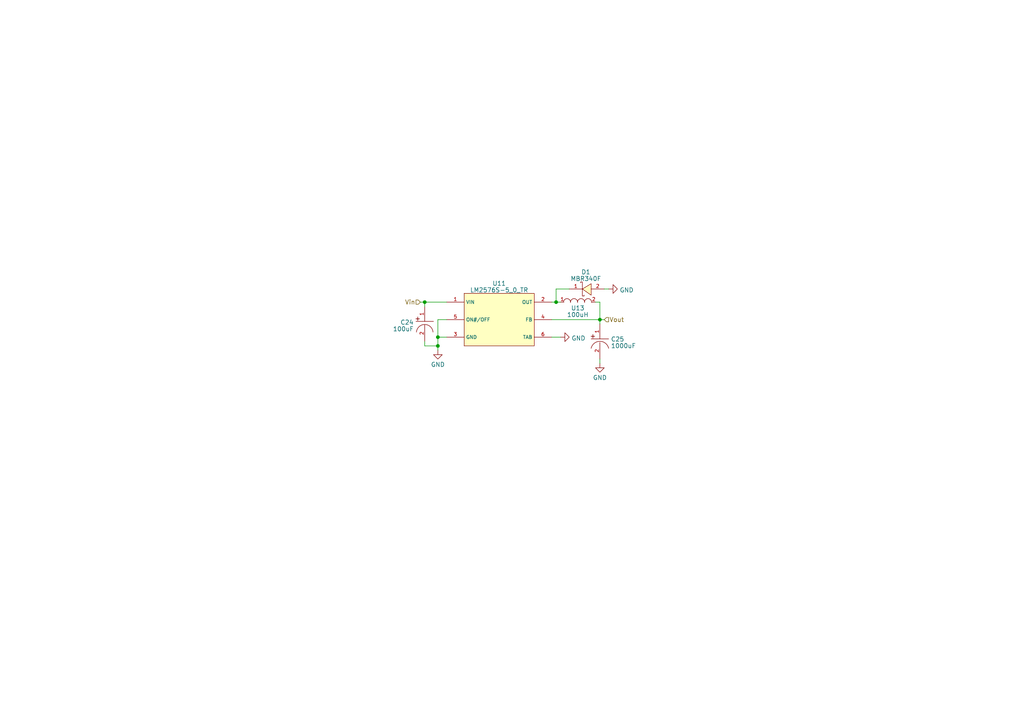
<source format=kicad_sch>
(kicad_sch (version 20230121) (generator eeschema)
  (paper "A4")
  (title_block (title "LM2576 5V Power Supply") (date "2024-01-10") (rev "0") (company "DrinkRobotics") (comment 1 "https://git.xythobuz.de/thomas/Dispensy") (comment 3 "PCB Thickness: 1mm") (comment 4 "DRAFT DRAFT DRAFT DRAFT DRAFT"))
  (lib_symbols
    (symbol "jlc:LM2576S-5_0_TR"
      (property "Reference" "U" (at 0 1.27 0))
      (property "Value" "LM2576S-5_0_TR" (at 0 -2.54 0))
      (symbol "LM2576S-5_0_TR_0_1"
        (rectangle (start -10.16 7.62) (end 10.16 -7.62) (fill (type background)))
        (pin power_in line (at -15.24 5.08 0) (length 5.08) (name "VIN") (number "1"))
        (pin power_in line (at 15.24 5.08 180) (length 5.08) (name "OUT") (number "2"))
        (pin power_in line (at -15.24 -5.08 0) (length 5.08) (name "GND") (number "3"))
        (pin unspecified line (at 15.24 0 180) (length 5.08) (name "FB") (number "4"))
        (pin unspecified line (at -15.24 0 0) (length 5.08) (name "ON#/OFF") (number "5"))
        (pin power_in line (at 15.24 -5.08 180) (length 5.08) (name "TAB") (number "6"))
      )
    )
    (symbol "jlc:MBR340F" (pin_names hide)
      (property "Reference" "D" (at 0 1.27 0))
      (property "Value" "MBR340F" (at 0 -2.54 0))
      (symbol "MBR340F_0_1"
        (polyline (pts (xy -1.27 0) (xy -1.27 -2.032) (xy -0.762 -2.032) (xy -0.762 -1.778)))
        (polyline (pts (xy -1.27 0) (xy -1.27 2.032) (xy -1.778 2.032) (xy -1.778 1.778)))
        (polyline (pts (xy 1.27 1.524) (xy -1.27 0) (xy 1.27 -1.778) (xy 1.27 1.524)) (fill (type background)))
        (pin unspecified line (at -5.08 0 0) (length 3.81) (name "1") (number "1"))
        (pin unspecified line (at 5.08 0 180) (length 3.81) (name "2") (number "2"))
      )
    )
    (symbol "jlc:VT1C102M1010" (pin_names hide)
      (property "Reference" "C25" (at 0 5.731 0))
      (property "Value" "VT1C102M1010" (at 0 3.81 0))
      (symbol "VT1C102M1010_0_1"
        (rectangle (start -2.032 -2.0066) (end -1.016 -2.032) (fill (type background)))
        (rectangle (start -1.524 -1.524) (end -1.4986 -2.54) (fill (type background)))
        (polyline (pts (xy -0.762 -2.54) (xy -0.762 2.54)))
        (arc (start 1.9722 2.54) (mid -0.0627 0) (end 1.9722 -2.54))
        (pin unspecified line (at -5.08 0 0) (length 4.318) (name "1") (number "1"))
        (pin unspecified line (at 5.08 0 180) (length 4.826) (name "2") (number "2"))
      )
    )
    (symbol "jlc:VZH101M1K1010-TRO" (pin_names hide)
      (property "Reference" "C24" (at 3.81 0.651 0))
      (property "Value" "VZH101M1K1010-TRO" (at 3.81 -1.27 0))
      (symbol "VZH101M1K1010-TRO_0_1"
        (rectangle (start -2.54 1.524) (end -1.524 1.4986) (fill (type background)))
        (rectangle (start -2.032 2.032) (end -2.0066 1.016) (fill (type background)))
        (polyline (pts (xy -2.54 0.762) (xy 2.54 0.762)))
        (arc (start 2.402 -2.3373) (mid -0.0054 -0.1295) (end -2.4028 -2.348))
        (pin unspecified line (at 0 5.08 270) (length 4.318) (name "1") (number "1"))
        (pin unspecified line (at 0 -5.08 90) (length 4.826) (name "2") (number "2"))
      )
    )
    (symbol "jlc:YSPI1050-101M" (pin_names hide)
      (property "Reference" "U13" (at -0.1265 3.8988 0))
      (property "Value" "YSPI1050-101M" (at -0.1265 1.9778 0))
      (symbol "YSPI1050-101M_0_1"
        (arc (start -2.1684 -0.1369) (mid -3.0337 1.006) (end -4.1806 0.1457))
        (arc (start -0.1364 -0.1369) (mid -1.0017 1.006) (end -2.1486 0.1457))
        (arc (start 1.8956 -0.1369) (mid 1.0303 1.006) (end -0.1166 0.1457))
        (arc (start 3.9276 -0.1369) (mid 3.0623 1.006) (end 1.9154 0.1457))
        (pin unspecified line (at -5.08 0 0) (length 1.016) (name "1") (number "1"))
        (pin unspecified line (at 5.08 0 180) (length 1.016) (name "2") (number "2"))
      )
    )
    (symbol "power:GND" (power) (pin_names (offset 0))
      (property "Value" "GND" (at 0 -3.81 0))
      (symbol "GND_0_1"
        (polyline (pts (xy 0 0) (xy 0 -1.27) (xy 1.27 -1.27) (xy 0 -2.54) (xy -1.27 -1.27) (xy 0 -1.27)))
      )
      (symbol "GND_1_1"
        (pin power_in line (at 0 0 270) (length 0) hide (name "GND") (number "1"))
      )
    )
  )
  (junction (at 127 100.33))
  (junction (at 127 97.79))
  (junction (at 123.19 87.63))
  (junction (at 173.99 92.71))
  (junction (at 161.29 87.63))
  (wire (pts (xy 173.99 87.63) (xy 172.72 87.63)))
  (wire (pts (xy 121.92 87.63) (xy 123.19 87.63)))
  (wire (pts (xy 123.19 87.63) (xy 123.19 88.9)))
  (wire (pts (xy 173.99 92.71) (xy 175.26 92.71)))
  (wire (pts (xy 129.54 92.71) (xy 127 92.71)))
  (wire (pts (xy 127 97.79) (xy 127 100.33)))
  (wire (pts (xy 160.02 92.71) (xy 173.99 92.71)))
  (wire (pts (xy 160.02 87.63) (xy 161.29 87.63)))
  (wire (pts (xy 123.19 87.63) (xy 129.54 87.63)))
  (wire (pts (xy 175.26 83.82) (xy 176.53 83.82)))
  (wire (pts (xy 123.19 100.33) (xy 127 100.33)))
  (wire (pts (xy 127 92.71) (xy 127 97.79)))
  (wire (pts (xy 160.02 97.79) (xy 162.56 97.79)))
  (wire (pts (xy 165.1 83.82) (xy 161.29 83.82)))
  (wire (pts (xy 127 101.6) (xy 127 100.33)))
  (wire (pts (xy 173.99 92.71) (xy 173.99 93.98)))
  (wire (pts (xy 127 97.79) (xy 129.54 97.79)))
  (wire (pts (xy 161.29 87.63) (xy 162.56 87.63)))
  (wire (pts (xy 173.99 104.14) (xy 173.99 105.41)))
  (wire (pts (xy 173.99 92.71) (xy 173.99 87.63)))
  (wire (pts (xy 161.29 83.82) (xy 161.29 87.63)))
  (wire (pts (xy 123.19 99.06) (xy 123.19 100.33)))
  (hierarchical_label "Vin" (shape input) (at 121.92 87.63 180))
  (hierarchical_label "Vout" (shape input) (at 175.26 92.71 0))
  (symbol (lib_id "jlc:VZH101M1K1010-TRO") (at 123.19 93.98 0) (unit 1)
    (property "Reference" "C24" (at 120.0151 93.4943 0) (effects (justify right)))
    (property "Value" "100uF" (at 120.0151 95.4153 0) (effects (justify right)))
    (property "Footprint" "jlc_footprints:CAP-SMD_BD10.0-L10.3-W10.3-FD" (effects hide))
    (property "Datasheet" "https://item.szlcsc.com/245683.html" (effects hide))
    (property "LCSC" "C249838" (effects hide))
    (property "Capacitance" "100uF" (effects hide))
  )
  (symbol (lib_id "jlc:MBR340F") (at 170.18 83.82 0) (unit 1)
    (property "Reference" "D1" (at 169.926 78.9051 0))
    (property "Value" "MBR340F" (at 169.926 80.8261 0))
    (property "Footprint" "jlc_footprints:SOD-123_L2.8-W1.8-LS3.7-RD" (effects hide))
    (property "Datasheet" "https://item.szlcsc.com/301422.html" (effects hide))
    (property "LCSC" "C475721" (effects hide))
  )
  (symbol (lib_id "power:GND") (at 127 101.6 0) (unit 1)
    (property "Reference" "#PWR044" (effects hide))
    (property "Value" "GND" (at 127 105.7355 0))
    (instances (project "dispensy" (path "" (reference "#PWR044") (unit 1)) (path "" (reference "#PWR045") (unit 1)) (path "" (reference "#PWR045") (unit 1))))
  )
  (symbol (lib_id "power:GND") (at 173.99 105.41 0) (unit 1)
    (property "Reference" "#PWR048" (effects hide))
    (property "Value" "GND" (at 173.99 109.5455 0))
    (instances (project "dispensy" (path "" (reference "#PWR048") (unit 1)) (path "" (reference "#PWR047") (unit 1)) (path "" (reference "#PWR047") (unit 1))))
  )
  (symbol (lib_id "power:GND") (at 162.56 97.79 90) (unit 1)
    (property "Reference" "#PWR049" (effects hide))
    (property "Value" "GND" (at 165.735 98.1068 90) (effects (justify right)))
    (instances (project "dispensy" (path "" (reference "#PWR049") (unit 1)) (path "" (reference "#PWR046") (unit 1)) (path "" (reference "#PWR046") (unit 1))))
  )
  (symbol (lib_id "jlc:VT1C102M1010") (at 173.99 99.06 270) (unit 1)
    (property "Reference" "C25" (at 177.165 98.3864 90) (effects (justify left)))
    (property "Value" "1000uF" (at 177.165 100.3074 90) (effects (justify left)))
    (property "Footprint" "jlc_footprints:CAP-SMD_BD10.0-L10.3-W10.3-LS11.3-FD" (effects hide))
    (property "Datasheet" "https://atta.szlcsc.com/upload/public/pdf/source/20170630/1498816639192.pdf" (effects hide))
    (property "LCSC" "C310843" (effects hide))
    (property "Capacitance" "1000uF" (effects hide))
  )
  (symbol (lib_id "power:GND") (at 176.53 83.82 90) (unit 1)
    (property "Reference" "#PWR047" (effects hide))
    (property "Value" "GND" (at 179.705 84.1368 90) (effects (justify right)))
    (instances (project "dispensy" (path "" (reference "#PWR047") (unit 1)) (path "" (reference "#PWR048") (unit 1)) (path "" (reference "#PWR048") (unit 1))))
  )
  (symbol (lib_id "jlc:LM2576S-5_0_TR") (at 144.78 92.71 0) (unit 1)
    (property "Reference" "U11" (at 144.78 82.2071 0))
    (property "Value" "LM2576S-5_0_TR" (at 144.78 84.1281 0))
    (property "Footprint" "jlc_footprints:TO-263-5_L10.6-W9.6-P1.70-LS15.9-BR" (effects hide))
    (property "Datasheet" "https://item.szlcsc.com/139878.html" (effects hide))
    (property "LCSC" "C194472" (effects hide))
  )
  (symbol (lib_id "jlc:YSPI1050-101M") (at 167.64 87.63 0) (unit 1)
    (property "Reference" "U13" (at 167.5817 89.3624 0))
    (property "Value" "100uH" (at 167.5817 91.2834 0))
    (property "Footprint" "jlc_footprints:IND-SMD_L11.5-W10.0_YSPI1050" (effects hide))
    (property "Datasheet" "https://item.szlcsc.com/509548.html" (effects hide))
    (property "LCSC" "C497903" (effects hide))
    (property "Inductance" "100uH" (effects hide))
    (instances (project "dispensy" (path "" (reference "U13") (unit 1)) (path "" (reference "U12") (unit 1)) (path "" (reference "U12") (unit 1))))
  )
)
</source>
